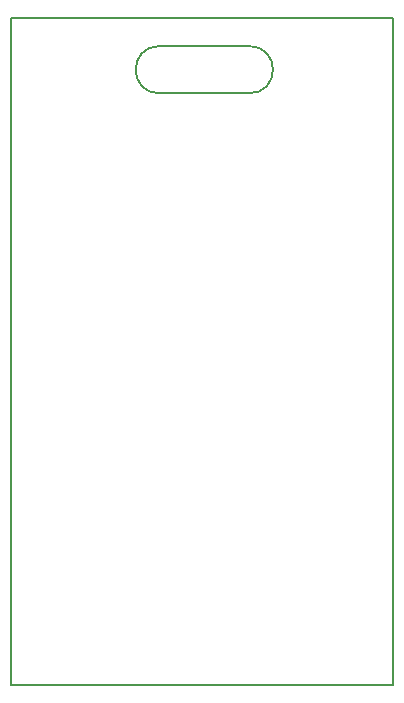
<source format=gbr>
%TF.GenerationSoftware,KiCad,Pcbnew,7.0.2*%
%TF.CreationDate,2023-06-14T17:14:45-03:00*%
%TF.ProjectId,digiKey,64696769-4b65-4792-9e6b-696361645f70,V1*%
%TF.SameCoordinates,Original*%
%TF.FileFunction,Profile,NP*%
%FSLAX46Y46*%
G04 Gerber Fmt 4.6, Leading zero omitted, Abs format (unit mm)*
G04 Created by KiCad (PCBNEW 7.0.2) date 2023-06-14 17:14:45*
%MOMM*%
%LPD*%
G01*
G04 APERTURE LIST*
%TA.AperFunction,Profile*%
%ADD10C,0.200000*%
%TD*%
G04 APERTURE END LIST*
D10*
X148590000Y-105600000D02*
G75*
G03*
X148590000Y-101600000I0J2000000D01*
G01*
X148590000Y-105600000D02*
X140970000Y-105600000D01*
X140970000Y-101600000D02*
X148590000Y-101600000D01*
X140970000Y-101600000D02*
G75*
G03*
X140970000Y-105600000I0J-2000000D01*
G01*
X128397000Y-99187000D02*
X160782000Y-99187000D01*
X160782000Y-155702000D01*
X128397000Y-155702000D01*
X128397000Y-99187000D01*
M02*

</source>
